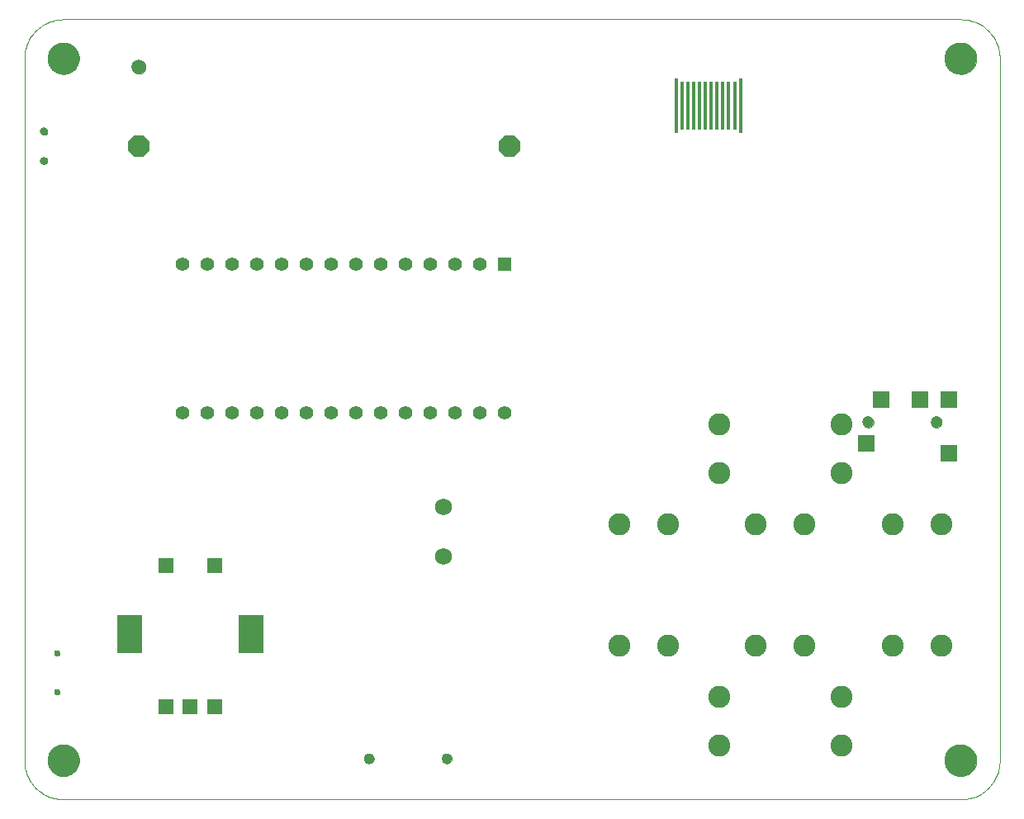
<source format=gbs>
G75*
G70*
%OFA0B0*%
%FSLAX24Y24*%
%IPPOS*%
%LPD*%
%AMOC8*
5,1,8,0,0,1.08239X$1,22.5*
%
%ADD10C,0.0000*%
%ADD11C,0.1300*%
%ADD12R,0.0138X0.2205*%
%ADD13R,0.0138X0.1930*%
%ADD14OC8,0.0867*%
%ADD15C,0.0591*%
%ADD16C,0.0890*%
%ADD17C,0.0434*%
%ADD18R,0.0690X0.0690*%
%ADD19C,0.0473*%
%ADD20C,0.0316*%
%ADD21C,0.0237*%
%ADD22R,0.0634X0.0634*%
%ADD23R,0.0984X0.1575*%
%ADD24R,0.0560X0.0560*%
%ADD25C,0.0560*%
%ADD26C,0.0690*%
D10*
X002587Y001755D02*
X002587Y030101D01*
X003531Y030101D02*
X003533Y030151D01*
X003539Y030201D01*
X003549Y030250D01*
X003563Y030298D01*
X003580Y030345D01*
X003601Y030390D01*
X003626Y030434D01*
X003654Y030475D01*
X003686Y030514D01*
X003720Y030551D01*
X003757Y030585D01*
X003797Y030615D01*
X003839Y030642D01*
X003883Y030666D01*
X003929Y030687D01*
X003976Y030703D01*
X004024Y030716D01*
X004074Y030725D01*
X004123Y030730D01*
X004174Y030731D01*
X004224Y030728D01*
X004273Y030721D01*
X004322Y030710D01*
X004370Y030695D01*
X004416Y030677D01*
X004461Y030655D01*
X004504Y030629D01*
X004545Y030600D01*
X004584Y030568D01*
X004620Y030533D01*
X004652Y030495D01*
X004682Y030455D01*
X004709Y030412D01*
X004732Y030368D01*
X004751Y030322D01*
X004767Y030274D01*
X004779Y030225D01*
X004787Y030176D01*
X004791Y030126D01*
X004791Y030076D01*
X004787Y030026D01*
X004779Y029977D01*
X004767Y029928D01*
X004751Y029880D01*
X004732Y029834D01*
X004709Y029790D01*
X004682Y029747D01*
X004652Y029707D01*
X004620Y029669D01*
X004584Y029634D01*
X004545Y029602D01*
X004504Y029573D01*
X004461Y029547D01*
X004416Y029525D01*
X004370Y029507D01*
X004322Y029492D01*
X004273Y029481D01*
X004224Y029474D01*
X004174Y029471D01*
X004123Y029472D01*
X004074Y029477D01*
X004024Y029486D01*
X003976Y029499D01*
X003929Y029515D01*
X003883Y029536D01*
X003839Y029560D01*
X003797Y029587D01*
X003757Y029617D01*
X003720Y029651D01*
X003686Y029688D01*
X003654Y029727D01*
X003626Y029768D01*
X003601Y029812D01*
X003580Y029857D01*
X003563Y029904D01*
X003549Y029952D01*
X003539Y030001D01*
X003533Y030051D01*
X003531Y030101D01*
X002586Y030101D02*
X002588Y030178D01*
X002594Y030255D01*
X002603Y030332D01*
X002616Y030408D01*
X002633Y030484D01*
X002654Y030558D01*
X002678Y030632D01*
X002706Y030704D01*
X002737Y030774D01*
X002772Y030843D01*
X002810Y030911D01*
X002851Y030976D01*
X002896Y031039D01*
X002944Y031100D01*
X002994Y031159D01*
X003047Y031215D01*
X003103Y031268D01*
X003162Y031318D01*
X003223Y031366D01*
X003286Y031411D01*
X003351Y031452D01*
X003419Y031490D01*
X003488Y031525D01*
X003558Y031556D01*
X003630Y031584D01*
X003704Y031608D01*
X003778Y031629D01*
X003854Y031646D01*
X003930Y031659D01*
X004007Y031668D01*
X004084Y031674D01*
X004161Y031676D01*
X040382Y031676D01*
X039752Y030101D02*
X039754Y030151D01*
X039760Y030201D01*
X039770Y030250D01*
X039784Y030298D01*
X039801Y030345D01*
X039822Y030390D01*
X039847Y030434D01*
X039875Y030475D01*
X039907Y030514D01*
X039941Y030551D01*
X039978Y030585D01*
X040018Y030615D01*
X040060Y030642D01*
X040104Y030666D01*
X040150Y030687D01*
X040197Y030703D01*
X040245Y030716D01*
X040295Y030725D01*
X040344Y030730D01*
X040395Y030731D01*
X040445Y030728D01*
X040494Y030721D01*
X040543Y030710D01*
X040591Y030695D01*
X040637Y030677D01*
X040682Y030655D01*
X040725Y030629D01*
X040766Y030600D01*
X040805Y030568D01*
X040841Y030533D01*
X040873Y030495D01*
X040903Y030455D01*
X040930Y030412D01*
X040953Y030368D01*
X040972Y030322D01*
X040988Y030274D01*
X041000Y030225D01*
X041008Y030176D01*
X041012Y030126D01*
X041012Y030076D01*
X041008Y030026D01*
X041000Y029977D01*
X040988Y029928D01*
X040972Y029880D01*
X040953Y029834D01*
X040930Y029790D01*
X040903Y029747D01*
X040873Y029707D01*
X040841Y029669D01*
X040805Y029634D01*
X040766Y029602D01*
X040725Y029573D01*
X040682Y029547D01*
X040637Y029525D01*
X040591Y029507D01*
X040543Y029492D01*
X040494Y029481D01*
X040445Y029474D01*
X040395Y029471D01*
X040344Y029472D01*
X040295Y029477D01*
X040245Y029486D01*
X040197Y029499D01*
X040150Y029515D01*
X040104Y029536D01*
X040060Y029560D01*
X040018Y029587D01*
X039978Y029617D01*
X039941Y029651D01*
X039907Y029688D01*
X039875Y029727D01*
X039847Y029768D01*
X039822Y029812D01*
X039801Y029857D01*
X039784Y029904D01*
X039770Y029952D01*
X039760Y030001D01*
X039754Y030051D01*
X039752Y030101D01*
X040382Y031676D02*
X040459Y031674D01*
X040536Y031668D01*
X040613Y031659D01*
X040689Y031646D01*
X040765Y031629D01*
X040839Y031608D01*
X040913Y031584D01*
X040985Y031556D01*
X041055Y031525D01*
X041124Y031490D01*
X041192Y031452D01*
X041257Y031411D01*
X041320Y031366D01*
X041381Y031318D01*
X041440Y031268D01*
X041496Y031215D01*
X041549Y031159D01*
X041599Y031100D01*
X041647Y031039D01*
X041692Y030976D01*
X041733Y030911D01*
X041771Y030843D01*
X041806Y030774D01*
X041837Y030704D01*
X041865Y030632D01*
X041889Y030558D01*
X041910Y030484D01*
X041927Y030408D01*
X041940Y030332D01*
X041949Y030255D01*
X041955Y030178D01*
X041957Y030101D01*
X041957Y001755D01*
X039752Y001755D02*
X039754Y001805D01*
X039760Y001855D01*
X039770Y001904D01*
X039784Y001952D01*
X039801Y001999D01*
X039822Y002044D01*
X039847Y002088D01*
X039875Y002129D01*
X039907Y002168D01*
X039941Y002205D01*
X039978Y002239D01*
X040018Y002269D01*
X040060Y002296D01*
X040104Y002320D01*
X040150Y002341D01*
X040197Y002357D01*
X040245Y002370D01*
X040295Y002379D01*
X040344Y002384D01*
X040395Y002385D01*
X040445Y002382D01*
X040494Y002375D01*
X040543Y002364D01*
X040591Y002349D01*
X040637Y002331D01*
X040682Y002309D01*
X040725Y002283D01*
X040766Y002254D01*
X040805Y002222D01*
X040841Y002187D01*
X040873Y002149D01*
X040903Y002109D01*
X040930Y002066D01*
X040953Y002022D01*
X040972Y001976D01*
X040988Y001928D01*
X041000Y001879D01*
X041008Y001830D01*
X041012Y001780D01*
X041012Y001730D01*
X041008Y001680D01*
X041000Y001631D01*
X040988Y001582D01*
X040972Y001534D01*
X040953Y001488D01*
X040930Y001444D01*
X040903Y001401D01*
X040873Y001361D01*
X040841Y001323D01*
X040805Y001288D01*
X040766Y001256D01*
X040725Y001227D01*
X040682Y001201D01*
X040637Y001179D01*
X040591Y001161D01*
X040543Y001146D01*
X040494Y001135D01*
X040445Y001128D01*
X040395Y001125D01*
X040344Y001126D01*
X040295Y001131D01*
X040245Y001140D01*
X040197Y001153D01*
X040150Y001169D01*
X040104Y001190D01*
X040060Y001214D01*
X040018Y001241D01*
X039978Y001271D01*
X039941Y001305D01*
X039907Y001342D01*
X039875Y001381D01*
X039847Y001422D01*
X039822Y001466D01*
X039801Y001511D01*
X039784Y001558D01*
X039770Y001606D01*
X039760Y001655D01*
X039754Y001705D01*
X039752Y001755D01*
X040382Y000180D02*
X040459Y000182D01*
X040536Y000188D01*
X040613Y000197D01*
X040689Y000210D01*
X040765Y000227D01*
X040839Y000248D01*
X040913Y000272D01*
X040985Y000300D01*
X041055Y000331D01*
X041124Y000366D01*
X041192Y000404D01*
X041257Y000445D01*
X041320Y000490D01*
X041381Y000538D01*
X041440Y000588D01*
X041496Y000641D01*
X041549Y000697D01*
X041599Y000756D01*
X041647Y000817D01*
X041692Y000880D01*
X041733Y000945D01*
X041771Y001013D01*
X041806Y001082D01*
X041837Y001152D01*
X041865Y001224D01*
X041889Y001298D01*
X041910Y001372D01*
X041927Y001448D01*
X041940Y001524D01*
X041949Y001601D01*
X041955Y001678D01*
X041957Y001755D01*
X040382Y000180D02*
X004161Y000180D01*
X003531Y001755D02*
X003533Y001805D01*
X003539Y001855D01*
X003549Y001904D01*
X003563Y001952D01*
X003580Y001999D01*
X003601Y002044D01*
X003626Y002088D01*
X003654Y002129D01*
X003686Y002168D01*
X003720Y002205D01*
X003757Y002239D01*
X003797Y002269D01*
X003839Y002296D01*
X003883Y002320D01*
X003929Y002341D01*
X003976Y002357D01*
X004024Y002370D01*
X004074Y002379D01*
X004123Y002384D01*
X004174Y002385D01*
X004224Y002382D01*
X004273Y002375D01*
X004322Y002364D01*
X004370Y002349D01*
X004416Y002331D01*
X004461Y002309D01*
X004504Y002283D01*
X004545Y002254D01*
X004584Y002222D01*
X004620Y002187D01*
X004652Y002149D01*
X004682Y002109D01*
X004709Y002066D01*
X004732Y002022D01*
X004751Y001976D01*
X004767Y001928D01*
X004779Y001879D01*
X004787Y001830D01*
X004791Y001780D01*
X004791Y001730D01*
X004787Y001680D01*
X004779Y001631D01*
X004767Y001582D01*
X004751Y001534D01*
X004732Y001488D01*
X004709Y001444D01*
X004682Y001401D01*
X004652Y001361D01*
X004620Y001323D01*
X004584Y001288D01*
X004545Y001256D01*
X004504Y001227D01*
X004461Y001201D01*
X004416Y001179D01*
X004370Y001161D01*
X004322Y001146D01*
X004273Y001135D01*
X004224Y001128D01*
X004174Y001125D01*
X004123Y001126D01*
X004074Y001131D01*
X004024Y001140D01*
X003976Y001153D01*
X003929Y001169D01*
X003883Y001190D01*
X003839Y001214D01*
X003797Y001241D01*
X003757Y001271D01*
X003720Y001305D01*
X003686Y001342D01*
X003654Y001381D01*
X003626Y001422D01*
X003601Y001466D01*
X003580Y001511D01*
X003563Y001558D01*
X003549Y001606D01*
X003539Y001655D01*
X003533Y001705D01*
X003531Y001755D01*
X002586Y001755D02*
X002588Y001678D01*
X002594Y001601D01*
X002603Y001524D01*
X002616Y001448D01*
X002633Y001372D01*
X002654Y001298D01*
X002678Y001224D01*
X002706Y001152D01*
X002737Y001082D01*
X002772Y001013D01*
X002810Y000945D01*
X002851Y000880D01*
X002896Y000817D01*
X002944Y000756D01*
X002994Y000697D01*
X003047Y000641D01*
X003103Y000588D01*
X003162Y000538D01*
X003223Y000490D01*
X003286Y000445D01*
X003351Y000404D01*
X003419Y000366D01*
X003488Y000331D01*
X003558Y000300D01*
X003630Y000272D01*
X003704Y000248D01*
X003778Y000227D01*
X003854Y000210D01*
X003930Y000197D01*
X004007Y000188D01*
X004084Y000182D01*
X004161Y000180D01*
X003807Y004511D02*
X003809Y004530D01*
X003814Y004549D01*
X003824Y004565D01*
X003836Y004580D01*
X003851Y004592D01*
X003867Y004602D01*
X003886Y004607D01*
X003905Y004609D01*
X003924Y004607D01*
X003943Y004602D01*
X003959Y004592D01*
X003974Y004580D01*
X003986Y004565D01*
X003996Y004549D01*
X004001Y004530D01*
X004003Y004511D01*
X004001Y004492D01*
X003996Y004473D01*
X003986Y004457D01*
X003974Y004442D01*
X003959Y004430D01*
X003943Y004420D01*
X003924Y004415D01*
X003905Y004413D01*
X003886Y004415D01*
X003867Y004420D01*
X003851Y004430D01*
X003836Y004442D01*
X003824Y004457D01*
X003814Y004473D01*
X003809Y004492D01*
X003807Y004511D01*
X003807Y006086D02*
X003809Y006105D01*
X003814Y006124D01*
X003824Y006140D01*
X003836Y006155D01*
X003851Y006167D01*
X003867Y006177D01*
X003886Y006182D01*
X003905Y006184D01*
X003924Y006182D01*
X003943Y006177D01*
X003959Y006167D01*
X003974Y006155D01*
X003986Y006140D01*
X003996Y006124D01*
X004001Y006105D01*
X004003Y006086D01*
X004001Y006067D01*
X003996Y006048D01*
X003986Y006032D01*
X003974Y006017D01*
X003959Y006005D01*
X003943Y005995D01*
X003924Y005990D01*
X003905Y005988D01*
X003886Y005990D01*
X003867Y005995D01*
X003851Y006005D01*
X003836Y006017D01*
X003824Y006032D01*
X003814Y006048D01*
X003809Y006067D01*
X003807Y006086D01*
X016295Y001834D02*
X016297Y001861D01*
X016303Y001888D01*
X016312Y001914D01*
X016325Y001938D01*
X016341Y001961D01*
X016360Y001980D01*
X016382Y001997D01*
X016406Y002011D01*
X016431Y002021D01*
X016458Y002028D01*
X016485Y002031D01*
X016513Y002030D01*
X016540Y002025D01*
X016566Y002017D01*
X016590Y002005D01*
X016613Y001989D01*
X016634Y001971D01*
X016651Y001950D01*
X016666Y001926D01*
X016677Y001901D01*
X016685Y001875D01*
X016689Y001848D01*
X016689Y001820D01*
X016685Y001793D01*
X016677Y001767D01*
X016666Y001742D01*
X016651Y001718D01*
X016634Y001697D01*
X016613Y001679D01*
X016591Y001663D01*
X016566Y001651D01*
X016540Y001643D01*
X016513Y001638D01*
X016485Y001637D01*
X016458Y001640D01*
X016431Y001647D01*
X016406Y001657D01*
X016382Y001671D01*
X016360Y001688D01*
X016341Y001707D01*
X016325Y001730D01*
X016312Y001754D01*
X016303Y001780D01*
X016297Y001807D01*
X016295Y001834D01*
X019445Y001834D02*
X019447Y001861D01*
X019453Y001888D01*
X019462Y001914D01*
X019475Y001938D01*
X019491Y001961D01*
X019510Y001980D01*
X019532Y001997D01*
X019556Y002011D01*
X019581Y002021D01*
X019608Y002028D01*
X019635Y002031D01*
X019663Y002030D01*
X019690Y002025D01*
X019716Y002017D01*
X019740Y002005D01*
X019763Y001989D01*
X019784Y001971D01*
X019801Y001950D01*
X019816Y001926D01*
X019827Y001901D01*
X019835Y001875D01*
X019839Y001848D01*
X019839Y001820D01*
X019835Y001793D01*
X019827Y001767D01*
X019816Y001742D01*
X019801Y001718D01*
X019784Y001697D01*
X019763Y001679D01*
X019741Y001663D01*
X019716Y001651D01*
X019690Y001643D01*
X019663Y001638D01*
X019635Y001637D01*
X019608Y001640D01*
X019581Y001647D01*
X019556Y001657D01*
X019532Y001671D01*
X019510Y001688D01*
X019491Y001707D01*
X019475Y001730D01*
X019462Y001754D01*
X019453Y001780D01*
X019447Y001807D01*
X019445Y001834D01*
X036425Y015416D02*
X036427Y015445D01*
X036433Y015473D01*
X036442Y015501D01*
X036455Y015527D01*
X036472Y015550D01*
X036491Y015572D01*
X036513Y015591D01*
X036538Y015606D01*
X036564Y015619D01*
X036592Y015627D01*
X036620Y015632D01*
X036649Y015633D01*
X036678Y015630D01*
X036706Y015623D01*
X036733Y015613D01*
X036759Y015599D01*
X036782Y015582D01*
X036803Y015562D01*
X036821Y015539D01*
X036836Y015514D01*
X036847Y015487D01*
X036855Y015459D01*
X036859Y015430D01*
X036859Y015402D01*
X036855Y015373D01*
X036847Y015345D01*
X036836Y015318D01*
X036821Y015293D01*
X036803Y015270D01*
X036782Y015250D01*
X036759Y015233D01*
X036733Y015219D01*
X036706Y015209D01*
X036678Y015202D01*
X036649Y015199D01*
X036620Y015200D01*
X036592Y015205D01*
X036564Y015213D01*
X036538Y015226D01*
X036513Y015241D01*
X036491Y015260D01*
X036472Y015282D01*
X036455Y015305D01*
X036442Y015331D01*
X036433Y015359D01*
X036427Y015387D01*
X036425Y015416D01*
X039181Y015416D02*
X039183Y015445D01*
X039189Y015473D01*
X039198Y015501D01*
X039211Y015527D01*
X039228Y015550D01*
X039247Y015572D01*
X039269Y015591D01*
X039294Y015606D01*
X039320Y015619D01*
X039348Y015627D01*
X039376Y015632D01*
X039405Y015633D01*
X039434Y015630D01*
X039462Y015623D01*
X039489Y015613D01*
X039515Y015599D01*
X039538Y015582D01*
X039559Y015562D01*
X039577Y015539D01*
X039592Y015514D01*
X039603Y015487D01*
X039611Y015459D01*
X039615Y015430D01*
X039615Y015402D01*
X039611Y015373D01*
X039603Y015345D01*
X039592Y015318D01*
X039577Y015293D01*
X039559Y015270D01*
X039538Y015250D01*
X039515Y015233D01*
X039489Y015219D01*
X039462Y015209D01*
X039434Y015202D01*
X039405Y015199D01*
X039376Y015200D01*
X039348Y015205D01*
X039320Y015213D01*
X039294Y015226D01*
X039269Y015241D01*
X039247Y015260D01*
X039228Y015282D01*
X039211Y015305D01*
X039198Y015331D01*
X039189Y015359D01*
X039183Y015387D01*
X039181Y015416D01*
X006929Y029758D02*
X006931Y029791D01*
X006937Y029823D01*
X006946Y029854D01*
X006959Y029884D01*
X006976Y029912D01*
X006996Y029938D01*
X007019Y029962D01*
X007044Y029982D01*
X007072Y030000D01*
X007101Y030014D01*
X007132Y030024D01*
X007164Y030031D01*
X007197Y030034D01*
X007230Y030033D01*
X007262Y030028D01*
X007293Y030019D01*
X007324Y030007D01*
X007352Y029991D01*
X007379Y029972D01*
X007403Y029950D01*
X007424Y029925D01*
X007443Y029898D01*
X007458Y029869D01*
X007469Y029839D01*
X007477Y029807D01*
X007481Y029774D01*
X007481Y029742D01*
X007477Y029709D01*
X007469Y029677D01*
X007458Y029647D01*
X007443Y029618D01*
X007424Y029591D01*
X007403Y029566D01*
X007379Y029544D01*
X007352Y029525D01*
X007324Y029509D01*
X007293Y029497D01*
X007262Y029488D01*
X007230Y029483D01*
X007197Y029482D01*
X007164Y029485D01*
X007132Y029492D01*
X007101Y029502D01*
X007072Y029516D01*
X007044Y029534D01*
X007019Y029554D01*
X006996Y029578D01*
X006976Y029604D01*
X006959Y029632D01*
X006946Y029662D01*
X006937Y029693D01*
X006931Y029725D01*
X006929Y029758D01*
X003236Y027149D02*
X003238Y027172D01*
X003244Y027195D01*
X003254Y027216D01*
X003267Y027236D01*
X003283Y027253D01*
X003302Y027267D01*
X003323Y027277D01*
X003345Y027284D01*
X003368Y027287D01*
X003392Y027286D01*
X003414Y027281D01*
X003436Y027272D01*
X003456Y027260D01*
X003474Y027244D01*
X003488Y027226D01*
X003500Y027206D01*
X003508Y027184D01*
X003512Y027161D01*
X003512Y027137D01*
X003508Y027114D01*
X003500Y027092D01*
X003488Y027072D01*
X003474Y027054D01*
X003456Y027038D01*
X003436Y027026D01*
X003414Y027017D01*
X003392Y027012D01*
X003368Y027011D01*
X003345Y027014D01*
X003323Y027021D01*
X003302Y027031D01*
X003283Y027045D01*
X003267Y027062D01*
X003254Y027082D01*
X003244Y027103D01*
X003238Y027126D01*
X003236Y027149D01*
X003236Y025967D02*
X003238Y025990D01*
X003244Y026013D01*
X003254Y026034D01*
X003267Y026054D01*
X003283Y026071D01*
X003302Y026085D01*
X003323Y026095D01*
X003345Y026102D01*
X003368Y026105D01*
X003392Y026104D01*
X003414Y026099D01*
X003436Y026090D01*
X003456Y026078D01*
X003474Y026062D01*
X003488Y026044D01*
X003500Y026024D01*
X003508Y026002D01*
X003512Y025979D01*
X003512Y025955D01*
X003508Y025932D01*
X003500Y025910D01*
X003488Y025890D01*
X003474Y025872D01*
X003456Y025856D01*
X003436Y025844D01*
X003414Y025835D01*
X003392Y025830D01*
X003368Y025829D01*
X003345Y025832D01*
X003323Y025839D01*
X003302Y025849D01*
X003283Y025863D01*
X003267Y025880D01*
X003254Y025900D01*
X003244Y025921D01*
X003238Y025944D01*
X003236Y025967D01*
D11*
X004161Y030101D03*
X040382Y030101D03*
X040382Y001755D03*
X004161Y001755D03*
D12*
X028890Y028203D03*
X031488Y028203D03*
D13*
X031252Y028203D03*
X031016Y028203D03*
X030779Y028203D03*
X030543Y028203D03*
X030307Y028203D03*
X030071Y028203D03*
X029835Y028203D03*
X029598Y028203D03*
X029362Y028203D03*
X029126Y028203D03*
D14*
X022165Y026558D03*
X007205Y026558D03*
D15*
X007205Y029758D03*
D16*
X030638Y015337D03*
X030638Y013369D03*
X032114Y011302D03*
X034083Y011302D03*
X035559Y013369D03*
X037626Y011302D03*
X039594Y011302D03*
X035559Y015337D03*
X028571Y011302D03*
X026602Y011302D03*
X026602Y006381D03*
X028571Y006381D03*
X030638Y004314D03*
X030638Y002345D03*
X035559Y002345D03*
X035559Y004314D03*
X034083Y006381D03*
X032114Y006381D03*
X037626Y006381D03*
X039594Y006381D03*
D17*
X019642Y001834D03*
X016492Y001834D03*
D18*
X036563Y014550D03*
X037154Y016322D03*
X038728Y016322D03*
X039909Y016322D03*
X039909Y014156D03*
D19*
X039398Y015416D03*
X036642Y015416D03*
D20*
X003374Y025967D03*
X003374Y027149D03*
D21*
X003905Y006086D03*
X003905Y004511D03*
D22*
X008295Y003920D03*
X009279Y003920D03*
X010264Y003920D03*
X010264Y009629D03*
X008295Y009629D03*
D23*
X006819Y006873D03*
X011740Y006873D03*
D24*
X021980Y021782D03*
D25*
X020980Y021782D03*
X019980Y021782D03*
X018980Y021782D03*
X017980Y021782D03*
X016980Y021782D03*
X015980Y021782D03*
X014980Y021782D03*
X013980Y021782D03*
X012980Y021782D03*
X011980Y021782D03*
X010980Y021782D03*
X009980Y021782D03*
X008980Y021782D03*
X008980Y015782D03*
X009980Y015782D03*
X010980Y015782D03*
X011980Y015782D03*
X012980Y015782D03*
X013980Y015782D03*
X014980Y015782D03*
X015980Y015782D03*
X016980Y015782D03*
X017980Y015782D03*
X018980Y015782D03*
X019980Y015782D03*
X020980Y015782D03*
X021980Y015782D03*
D26*
X019516Y012007D03*
X019516Y010007D03*
M02*

</source>
